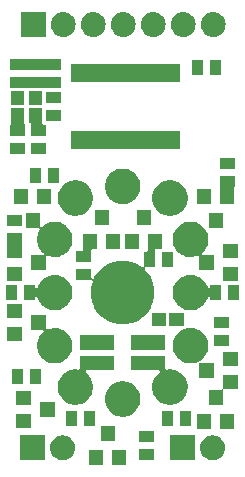
<source format=gts>
G04 #@! TF.GenerationSoftware,KiCad,Pcbnew,(5.0.2)-1*
G04 #@! TF.CreationDate,2018-12-23T17:42:09+09:00*
G04 #@! TF.ProjectId,Nixie_Module_IN-12,4e697869-655f-44d6-9f64-756c655f494e,rev?*
G04 #@! TF.SameCoordinates,Original*
G04 #@! TF.FileFunction,Soldermask,Top*
G04 #@! TF.FilePolarity,Negative*
%FSLAX46Y46*%
G04 Gerber Fmt 4.6, Leading zero omitted, Abs format (unit mm)*
G04 Created by KiCad (PCBNEW (5.0.2)-1) date 2018/12/23 17:42:09*
%MOMM*%
%LPD*%
G01*
G04 APERTURE LIST*
%ADD10C,0.100000*%
G04 APERTURE END LIST*
D10*
G36*
X79528000Y-101472000D02*
X78328000Y-101472000D01*
X78328000Y-100172000D01*
X79528000Y-100172000D01*
X79528000Y-101472000D01*
X79528000Y-101472000D01*
G37*
G36*
X77628000Y-101472000D02*
X76428000Y-101472000D01*
X76428000Y-100172000D01*
X77628000Y-100172000D01*
X77628000Y-101472000D01*
X77628000Y-101472000D01*
G37*
G36*
X85378000Y-101062500D02*
X83278000Y-101062500D01*
X83278000Y-98962500D01*
X85378000Y-98962500D01*
X85378000Y-101062500D01*
X85378000Y-101062500D01*
G37*
G36*
X74296707Y-98970097D02*
X74373836Y-98977693D01*
X74505787Y-99017720D01*
X74571763Y-99037733D01*
X74754172Y-99135233D01*
X74914054Y-99266446D01*
X75045267Y-99426328D01*
X75142767Y-99608737D01*
X75142767Y-99608738D01*
X75202807Y-99806664D01*
X75223080Y-100012500D01*
X75202807Y-100218336D01*
X75162780Y-100350287D01*
X75142767Y-100416263D01*
X75045267Y-100598672D01*
X74914054Y-100758554D01*
X74754172Y-100889767D01*
X74571763Y-100987267D01*
X74505787Y-101007280D01*
X74373836Y-101047307D01*
X74296707Y-101054904D01*
X74219580Y-101062500D01*
X74116420Y-101062500D01*
X74039293Y-101054904D01*
X73962164Y-101047307D01*
X73830213Y-101007280D01*
X73764237Y-100987267D01*
X73581828Y-100889767D01*
X73421946Y-100758554D01*
X73290733Y-100598672D01*
X73193233Y-100416263D01*
X73173220Y-100350287D01*
X73133193Y-100218336D01*
X73112920Y-100012500D01*
X73133193Y-99806664D01*
X73193233Y-99608738D01*
X73193233Y-99608737D01*
X73290733Y-99426328D01*
X73421946Y-99266446D01*
X73581828Y-99135233D01*
X73764237Y-99037733D01*
X73830213Y-99017720D01*
X73962164Y-98977693D01*
X74039293Y-98970097D01*
X74116420Y-98962500D01*
X74219580Y-98962500D01*
X74296707Y-98970097D01*
X74296707Y-98970097D01*
G37*
G36*
X86996707Y-98970097D02*
X87073836Y-98977693D01*
X87205787Y-99017720D01*
X87271763Y-99037733D01*
X87454172Y-99135233D01*
X87614054Y-99266446D01*
X87745267Y-99426328D01*
X87842767Y-99608737D01*
X87842767Y-99608738D01*
X87902807Y-99806664D01*
X87923080Y-100012500D01*
X87902807Y-100218336D01*
X87862780Y-100350287D01*
X87842767Y-100416263D01*
X87745267Y-100598672D01*
X87614054Y-100758554D01*
X87454172Y-100889767D01*
X87271763Y-100987267D01*
X87205787Y-101007280D01*
X87073836Y-101047307D01*
X86996707Y-101054904D01*
X86919580Y-101062500D01*
X86816420Y-101062500D01*
X86739293Y-101054904D01*
X86662164Y-101047307D01*
X86530213Y-101007280D01*
X86464237Y-100987267D01*
X86281828Y-100889767D01*
X86121946Y-100758554D01*
X85990733Y-100598672D01*
X85893233Y-100416263D01*
X85873220Y-100350287D01*
X85833193Y-100218336D01*
X85812920Y-100012500D01*
X85833193Y-99806664D01*
X85893233Y-99608738D01*
X85893233Y-99608737D01*
X85990733Y-99426328D01*
X86121946Y-99266446D01*
X86281828Y-99135233D01*
X86464237Y-99037733D01*
X86530213Y-99017720D01*
X86662164Y-98977693D01*
X86739293Y-98970097D01*
X86816420Y-98962500D01*
X86919580Y-98962500D01*
X86996707Y-98970097D01*
X86996707Y-98970097D01*
G37*
G36*
X72678000Y-101062500D02*
X70578000Y-101062500D01*
X70578000Y-98962500D01*
X72678000Y-98962500D01*
X72678000Y-101062500D01*
X72678000Y-101062500D01*
G37*
G36*
X81930000Y-101022000D02*
X80630000Y-101022000D01*
X80630000Y-100122000D01*
X81930000Y-100122000D01*
X81930000Y-101022000D01*
X81930000Y-101022000D01*
G37*
G36*
X81930000Y-99522000D02*
X80630000Y-99522000D01*
X80630000Y-98622000D01*
X81930000Y-98622000D01*
X81930000Y-99522000D01*
X81930000Y-99522000D01*
G37*
G36*
X78578000Y-99472000D02*
X77378000Y-99472000D01*
X77378000Y-98172000D01*
X78578000Y-98172000D01*
X78578000Y-99472000D01*
X78578000Y-99472000D01*
G37*
G36*
X86772000Y-98424000D02*
X85572000Y-98424000D01*
X85572000Y-97124000D01*
X86772000Y-97124000D01*
X86772000Y-98424000D01*
X86772000Y-98424000D01*
G37*
G36*
X88672000Y-98424000D02*
X87472000Y-98424000D01*
X87472000Y-97124000D01*
X88672000Y-97124000D01*
X88672000Y-98424000D01*
X88672000Y-98424000D01*
G37*
G36*
X71532000Y-98324000D02*
X70232000Y-98324000D01*
X70232000Y-97124000D01*
X71532000Y-97124000D01*
X71532000Y-98324000D01*
X71532000Y-98324000D01*
G37*
G36*
X75392000Y-98186000D02*
X74492000Y-98186000D01*
X74492000Y-96886000D01*
X75392000Y-96886000D01*
X75392000Y-98186000D01*
X75392000Y-98186000D01*
G37*
G36*
X76892000Y-98186000D02*
X75992000Y-98186000D01*
X75992000Y-96886000D01*
X76892000Y-96886000D01*
X76892000Y-98186000D01*
X76892000Y-98186000D01*
G37*
G36*
X85020000Y-98186000D02*
X84120000Y-98186000D01*
X84120000Y-96886000D01*
X85020000Y-96886000D01*
X85020000Y-98186000D01*
X85020000Y-98186000D01*
G37*
G36*
X83520000Y-98186000D02*
X82620000Y-98186000D01*
X82620000Y-96886000D01*
X83520000Y-96886000D01*
X83520000Y-98186000D01*
X83520000Y-98186000D01*
G37*
G36*
X73532000Y-97374000D02*
X72232000Y-97374000D01*
X72232000Y-96174000D01*
X73532000Y-96174000D01*
X73532000Y-97374000D01*
X73532000Y-97374000D01*
G37*
G36*
X79588935Y-94406429D02*
X79685534Y-94425644D01*
X79958517Y-94538717D01*
X80095131Y-94630000D01*
X80204197Y-94702876D01*
X80413124Y-94911803D01*
X80413126Y-94911806D01*
X80577283Y-95157483D01*
X80690356Y-95430466D01*
X80748000Y-95720263D01*
X80748000Y-96015737D01*
X80690356Y-96305534D01*
X80664482Y-96368000D01*
X80577284Y-96578515D01*
X80413124Y-96824197D01*
X80204197Y-97033124D01*
X80204194Y-97033126D01*
X79958517Y-97197283D01*
X79685534Y-97310356D01*
X79588935Y-97329571D01*
X79395739Y-97368000D01*
X79100261Y-97368000D01*
X78907065Y-97329571D01*
X78810466Y-97310356D01*
X78537483Y-97197283D01*
X78291806Y-97033126D01*
X78291803Y-97033124D01*
X78082876Y-96824197D01*
X77918716Y-96578515D01*
X77831518Y-96368000D01*
X77805644Y-96305534D01*
X77748000Y-96015737D01*
X77748000Y-95720263D01*
X77805644Y-95430466D01*
X77918717Y-95157483D01*
X78082874Y-94911806D01*
X78082876Y-94911803D01*
X78291803Y-94702876D01*
X78400869Y-94630000D01*
X78537483Y-94538717D01*
X78810466Y-94425644D01*
X78907065Y-94406429D01*
X79100261Y-94368000D01*
X79395739Y-94368000D01*
X79588935Y-94406429D01*
X79588935Y-94406429D01*
G37*
G36*
X71532000Y-96424000D02*
X70232000Y-96424000D01*
X70232000Y-95224000D01*
X71532000Y-95224000D01*
X71532000Y-96424000D01*
X71532000Y-96424000D01*
G37*
G36*
X89026000Y-95022000D02*
X87847000Y-95022000D01*
X87822614Y-95024402D01*
X87799165Y-95031515D01*
X87777554Y-95043066D01*
X87758612Y-95058612D01*
X87743066Y-95077554D01*
X87731515Y-95099165D01*
X87724402Y-95122614D01*
X87722000Y-95147000D01*
X87722000Y-96424000D01*
X86522000Y-96424000D01*
X86522000Y-95124000D01*
X87601000Y-95124000D01*
X87625386Y-95121598D01*
X87648835Y-95114485D01*
X87670446Y-95102934D01*
X87689388Y-95087388D01*
X87704934Y-95068446D01*
X87716485Y-95046835D01*
X87723598Y-95023386D01*
X87726000Y-94999000D01*
X87726000Y-93822000D01*
X89026000Y-93822000D01*
X89026000Y-95022000D01*
X89026000Y-95022000D01*
G37*
G36*
X82848000Y-93265865D02*
X82850402Y-93290251D01*
X82857515Y-93313700D01*
X82869066Y-93335311D01*
X82884612Y-93354253D01*
X82903554Y-93369799D01*
X82925165Y-93381350D01*
X82948614Y-93388463D01*
X82973000Y-93390865D01*
X82997386Y-93388463D01*
X83100261Y-93368000D01*
X83395739Y-93368000D01*
X83510688Y-93390865D01*
X83685534Y-93425644D01*
X83958517Y-93538717D01*
X84113759Y-93642447D01*
X84204197Y-93702876D01*
X84413124Y-93911803D01*
X84413126Y-93911806D01*
X84577283Y-94157483D01*
X84688359Y-94425644D01*
X84690356Y-94430467D01*
X84748000Y-94720261D01*
X84748000Y-95015739D01*
X84739472Y-95058612D01*
X84690356Y-95305534D01*
X84638607Y-95430467D01*
X84577284Y-95578515D01*
X84413124Y-95824197D01*
X84204197Y-96033124D01*
X84204194Y-96033126D01*
X83958517Y-96197283D01*
X83685534Y-96310356D01*
X83588935Y-96329571D01*
X83395739Y-96368000D01*
X83100261Y-96368000D01*
X82907065Y-96329571D01*
X82810466Y-96310356D01*
X82537483Y-96197283D01*
X82291806Y-96033126D01*
X82291803Y-96033124D01*
X82082876Y-95824197D01*
X81918716Y-95578515D01*
X81857393Y-95430467D01*
X81805644Y-95305534D01*
X81756528Y-95058612D01*
X81748000Y-95015739D01*
X81748000Y-94720261D01*
X81805644Y-94430467D01*
X81807642Y-94425644D01*
X81918717Y-94157483D01*
X82082874Y-93911806D01*
X82082876Y-93911803D01*
X82291803Y-93702876D01*
X82330628Y-93676934D01*
X82349570Y-93661389D01*
X82365116Y-93642447D01*
X82376667Y-93620836D01*
X82383780Y-93597387D01*
X82386182Y-93573000D01*
X82383780Y-93548614D01*
X82376667Y-93525165D01*
X82365116Y-93503554D01*
X82349571Y-93484612D01*
X82330629Y-93469066D01*
X82309018Y-93457515D01*
X82285569Y-93450402D01*
X82261182Y-93448000D01*
X79948000Y-93448000D01*
X79948000Y-92198000D01*
X82848000Y-92198000D01*
X82848000Y-93265865D01*
X82848000Y-93265865D01*
G37*
G36*
X78548000Y-93448000D02*
X76234818Y-93448000D01*
X76210432Y-93450402D01*
X76186983Y-93457515D01*
X76165372Y-93469066D01*
X76146430Y-93484612D01*
X76130884Y-93503554D01*
X76119333Y-93525165D01*
X76112220Y-93548614D01*
X76109818Y-93573000D01*
X76112220Y-93597386D01*
X76119333Y-93620835D01*
X76130884Y-93642446D01*
X76146430Y-93661388D01*
X76165372Y-93676934D01*
X76204197Y-93702876D01*
X76413124Y-93911803D01*
X76413126Y-93911806D01*
X76577283Y-94157483D01*
X76688359Y-94425644D01*
X76690356Y-94430467D01*
X76748000Y-94720261D01*
X76748000Y-95015739D01*
X76739472Y-95058612D01*
X76690356Y-95305534D01*
X76638607Y-95430467D01*
X76577284Y-95578515D01*
X76413124Y-95824197D01*
X76204197Y-96033124D01*
X76204194Y-96033126D01*
X75958517Y-96197283D01*
X75685534Y-96310356D01*
X75588935Y-96329571D01*
X75395739Y-96368000D01*
X75100261Y-96368000D01*
X74907065Y-96329571D01*
X74810466Y-96310356D01*
X74537483Y-96197283D01*
X74291806Y-96033126D01*
X74291803Y-96033124D01*
X74082876Y-95824197D01*
X73918716Y-95578515D01*
X73857393Y-95430467D01*
X73805644Y-95305534D01*
X73756528Y-95058612D01*
X73748000Y-95015739D01*
X73748000Y-94720261D01*
X73805644Y-94430467D01*
X73807642Y-94425644D01*
X73918717Y-94157483D01*
X74082874Y-93911806D01*
X74082876Y-93911803D01*
X74291803Y-93702876D01*
X74382241Y-93642447D01*
X74537483Y-93538717D01*
X74810466Y-93425644D01*
X74985312Y-93390865D01*
X75100261Y-93368000D01*
X75395739Y-93368000D01*
X75498614Y-93388463D01*
X75523000Y-93390865D01*
X75547386Y-93388463D01*
X75570836Y-93381350D01*
X75592446Y-93369799D01*
X75611388Y-93354253D01*
X75626934Y-93335311D01*
X75638485Y-93313700D01*
X75645598Y-93290251D01*
X75648000Y-93265865D01*
X75648000Y-92198000D01*
X78548000Y-92198000D01*
X78548000Y-93448000D01*
X78548000Y-93448000D01*
G37*
G36*
X70820000Y-94630000D02*
X69920000Y-94630000D01*
X69920000Y-93330000D01*
X70820000Y-93330000D01*
X70820000Y-94630000D01*
X70820000Y-94630000D01*
G37*
G36*
X72320000Y-94630000D02*
X71420000Y-94630000D01*
X71420000Y-93330000D01*
X72320000Y-93330000D01*
X72320000Y-94630000D01*
X72320000Y-94630000D01*
G37*
G36*
X85338935Y-89906429D02*
X85435534Y-89925644D01*
X85628560Y-90005598D01*
X85685218Y-90029066D01*
X85708517Y-90038717D01*
X85849621Y-90133000D01*
X85954197Y-90202876D01*
X86163124Y-90411803D01*
X86163126Y-90411806D01*
X86327283Y-90657483D01*
X86440356Y-90930466D01*
X86498000Y-91220263D01*
X86498000Y-91515737D01*
X86440356Y-91805534D01*
X86327283Y-92078517D01*
X86165313Y-92320920D01*
X86163124Y-92324197D01*
X85954197Y-92533124D01*
X85789658Y-92643066D01*
X85770716Y-92658612D01*
X85755170Y-92677554D01*
X85743619Y-92699165D01*
X85736506Y-92722614D01*
X85734104Y-92747000D01*
X85736506Y-92771386D01*
X85743619Y-92794836D01*
X85755170Y-92816446D01*
X85770716Y-92835388D01*
X85789658Y-92850934D01*
X85811269Y-92862485D01*
X85834718Y-92869598D01*
X85859104Y-92872000D01*
X87026000Y-92872000D01*
X87026000Y-94072000D01*
X85726000Y-94072000D01*
X85726000Y-92877117D01*
X85723598Y-92852731D01*
X85716485Y-92829282D01*
X85704934Y-92807671D01*
X85689388Y-92788729D01*
X85670446Y-92773183D01*
X85648835Y-92761632D01*
X85625386Y-92754519D01*
X85601000Y-92752117D01*
X85576614Y-92754519D01*
X85553165Y-92761632D01*
X85435534Y-92810356D01*
X85145739Y-92868000D01*
X84850261Y-92868000D01*
X84591083Y-92816446D01*
X84560466Y-92810356D01*
X84367440Y-92730402D01*
X84287485Y-92697284D01*
X84287484Y-92697284D01*
X84287483Y-92697283D01*
X84041806Y-92533126D01*
X84041803Y-92533124D01*
X83832876Y-92324197D01*
X83830687Y-92320920D01*
X83668717Y-92078517D01*
X83555644Y-91805534D01*
X83498000Y-91515737D01*
X83498000Y-91220263D01*
X83555644Y-90930466D01*
X83668717Y-90657483D01*
X83832874Y-90411806D01*
X83832876Y-90411803D01*
X84041803Y-90202876D01*
X84146379Y-90133000D01*
X84287483Y-90038717D01*
X84310783Y-90029066D01*
X84454624Y-89969485D01*
X84476235Y-89957934D01*
X84495177Y-89942388D01*
X84508455Y-89926209D01*
X84508614Y-89926257D01*
X84533000Y-89928659D01*
X84557386Y-89926257D01*
X84560464Y-89925645D01*
X84560466Y-89925644D01*
X84694898Y-89898904D01*
X84850261Y-89868000D01*
X85145739Y-89868000D01*
X85338935Y-89906429D01*
X85338935Y-89906429D01*
G37*
G36*
X89026000Y-93122000D02*
X87726000Y-93122000D01*
X87726000Y-91922000D01*
X89026000Y-91922000D01*
X89026000Y-93122000D01*
X89026000Y-93122000D01*
G37*
G36*
X72770000Y-89858883D02*
X72772402Y-89883269D01*
X72779515Y-89906718D01*
X72791066Y-89928329D01*
X72806612Y-89947271D01*
X72825554Y-89962817D01*
X72847165Y-89974368D01*
X72870614Y-89981481D01*
X72895000Y-89983883D01*
X72919386Y-89981481D01*
X72942835Y-89974368D01*
X73060466Y-89925644D01*
X73350261Y-89868000D01*
X73645739Y-89868000D01*
X73838935Y-89906429D01*
X73935534Y-89925644D01*
X74128560Y-90005598D01*
X74185218Y-90029066D01*
X74208517Y-90038717D01*
X74349621Y-90133000D01*
X74454197Y-90202876D01*
X74663124Y-90411803D01*
X74663126Y-90411806D01*
X74827283Y-90657483D01*
X74940356Y-90930466D01*
X74998000Y-91220263D01*
X74998000Y-91515737D01*
X74940356Y-91805534D01*
X74827283Y-92078517D01*
X74665313Y-92320920D01*
X74663124Y-92324197D01*
X74454197Y-92533124D01*
X74454194Y-92533126D01*
X74208517Y-92697283D01*
X74208516Y-92697284D01*
X74208515Y-92697284D01*
X74128560Y-92730402D01*
X73935534Y-92810356D01*
X73904917Y-92816446D01*
X73645739Y-92868000D01*
X73350261Y-92868000D01*
X73091083Y-92816446D01*
X73060466Y-92810356D01*
X72867440Y-92730402D01*
X72787485Y-92697284D01*
X72787484Y-92697284D01*
X72787483Y-92697283D01*
X72541806Y-92533126D01*
X72541803Y-92533124D01*
X72332876Y-92324197D01*
X72330687Y-92320920D01*
X72168717Y-92078517D01*
X72055644Y-91805534D01*
X71998000Y-91515737D01*
X71998000Y-91220263D01*
X72055644Y-90930466D01*
X72168717Y-90657483D01*
X72332874Y-90411806D01*
X72332876Y-90411803D01*
X72523291Y-90221388D01*
X72538837Y-90202446D01*
X72550388Y-90180835D01*
X72557501Y-90157386D01*
X72559903Y-90133000D01*
X72557501Y-90108614D01*
X72550388Y-90085165D01*
X72538837Y-90063554D01*
X72523291Y-90044612D01*
X72504349Y-90029066D01*
X72482738Y-90017515D01*
X72459289Y-90010402D01*
X72434903Y-90008000D01*
X71470000Y-90008000D01*
X71470000Y-88808000D01*
X72770000Y-88808000D01*
X72770000Y-89858883D01*
X72770000Y-89858883D01*
G37*
G36*
X78548000Y-91698000D02*
X75648000Y-91698000D01*
X75648000Y-90448000D01*
X78548000Y-90448000D01*
X78548000Y-91698000D01*
X78548000Y-91698000D01*
G37*
G36*
X82848000Y-91698000D02*
X79948000Y-91698000D01*
X79948000Y-90448000D01*
X82848000Y-90448000D01*
X82848000Y-91698000D01*
X82848000Y-91698000D01*
G37*
G36*
X88280000Y-91370000D02*
X86980000Y-91370000D01*
X86980000Y-90470000D01*
X88280000Y-90470000D01*
X88280000Y-91370000D01*
X88280000Y-91370000D01*
G37*
G36*
X70770000Y-90958000D02*
X69470000Y-90958000D01*
X69470000Y-89758000D01*
X70770000Y-89758000D01*
X70770000Y-90958000D01*
X70770000Y-90958000D01*
G37*
G36*
X88280000Y-89870000D02*
X86980000Y-89870000D01*
X86980000Y-88970000D01*
X88280000Y-88970000D01*
X88280000Y-89870000D01*
X88280000Y-89870000D01*
G37*
G36*
X84408000Y-89729119D02*
X84406789Y-89729000D01*
X83208000Y-89729000D01*
X83208000Y-88579000D01*
X84408000Y-88579000D01*
X84408000Y-89729119D01*
X84408000Y-89729119D01*
G37*
G36*
X82908000Y-89729000D02*
X81708000Y-89729000D01*
X81708000Y-88579000D01*
X82908000Y-88579000D01*
X82908000Y-89729000D01*
X82908000Y-89729000D01*
G37*
G36*
X82576000Y-83241548D02*
X82574934Y-83239554D01*
X82559388Y-83220612D01*
X82540446Y-83205066D01*
X82518835Y-83193515D01*
X82495386Y-83186402D01*
X82471000Y-83184000D01*
X82121000Y-83184000D01*
X82096614Y-83186402D01*
X82073165Y-83193515D01*
X82051554Y-83205066D01*
X82032612Y-83220612D01*
X82017066Y-83239554D01*
X82005515Y-83261165D01*
X81998402Y-83284614D01*
X81996000Y-83309000D01*
X81996000Y-84724000D01*
X81224154Y-84724000D01*
X81199768Y-84726402D01*
X81176319Y-84733515D01*
X81154708Y-84745066D01*
X81135766Y-84760612D01*
X81120220Y-84779554D01*
X81108669Y-84801165D01*
X81101556Y-84824614D01*
X81099154Y-84849000D01*
X81101556Y-84873386D01*
X81108669Y-84896835D01*
X81120220Y-84918446D01*
X81135766Y-84937388D01*
X81345225Y-85146847D01*
X81345227Y-85146850D01*
X81639083Y-85586636D01*
X81640710Y-85589072D01*
X81844241Y-86080440D01*
X81948000Y-86602072D01*
X81948000Y-87133928D01*
X81844241Y-87655560D01*
X81687849Y-88033124D01*
X81640709Y-88146930D01*
X81557261Y-88271818D01*
X81481934Y-88384554D01*
X81480712Y-88386841D01*
X81479066Y-88388846D01*
X81345225Y-88589153D01*
X80969153Y-88965225D01*
X80969150Y-88965227D01*
X80526930Y-89260709D01*
X80526929Y-89260710D01*
X80526928Y-89260710D01*
X80035560Y-89464241D01*
X79513928Y-89568000D01*
X78982072Y-89568000D01*
X78460440Y-89464241D01*
X77969072Y-89260710D01*
X77969071Y-89260710D01*
X77969070Y-89260709D01*
X77526850Y-88965227D01*
X77526847Y-88965225D01*
X77150775Y-88589153D01*
X77016934Y-88388846D01*
X76855291Y-88146930D01*
X76808151Y-88033124D01*
X76651759Y-87655560D01*
X76548000Y-87133928D01*
X76548000Y-86602072D01*
X76651759Y-86080440D01*
X76703786Y-85954835D01*
X76710899Y-85931386D01*
X76713301Y-85907000D01*
X76710899Y-85882614D01*
X76703786Y-85859164D01*
X76692235Y-85837554D01*
X76676689Y-85818612D01*
X76657747Y-85803066D01*
X76636136Y-85791515D01*
X76612687Y-85784402D01*
X76588301Y-85782000D01*
X75296000Y-85782000D01*
X75296000Y-84882000D01*
X76596000Y-84882000D01*
X76596000Y-85586636D01*
X76598402Y-85611022D01*
X76605515Y-85634471D01*
X76617066Y-85656082D01*
X76632612Y-85675024D01*
X76651554Y-85690570D01*
X76673165Y-85702121D01*
X76696614Y-85709234D01*
X76721000Y-85711636D01*
X76745386Y-85709234D01*
X76768835Y-85702121D01*
X76790446Y-85690570D01*
X76809388Y-85675024D01*
X76824934Y-85656082D01*
X76836485Y-85634471D01*
X76855290Y-85589072D01*
X76856918Y-85586636D01*
X77150773Y-85146850D01*
X77150775Y-85146847D01*
X77526847Y-84770775D01*
X77749994Y-84621673D01*
X77969070Y-84475291D01*
X77969072Y-84475290D01*
X78460440Y-84271759D01*
X78982072Y-84168000D01*
X79513928Y-84168000D01*
X80035560Y-84271759D01*
X80526928Y-84475290D01*
X80526930Y-84475291D01*
X80746006Y-84621673D01*
X80901554Y-84725607D01*
X80923165Y-84737158D01*
X80946614Y-84744271D01*
X80971000Y-84746673D01*
X80995386Y-84744271D01*
X81018835Y-84737158D01*
X81040446Y-84725607D01*
X81059388Y-84710061D01*
X81074934Y-84691119D01*
X81086485Y-84669508D01*
X81093598Y-84646059D01*
X81096000Y-84621673D01*
X81096000Y-83424000D01*
X81251000Y-83424000D01*
X81275386Y-83421598D01*
X81298835Y-83414485D01*
X81320446Y-83402934D01*
X81339388Y-83387388D01*
X81354934Y-83368446D01*
X81366485Y-83346835D01*
X81373598Y-83323386D01*
X81376000Y-83299000D01*
X81376000Y-81884000D01*
X82576000Y-81884000D01*
X82576000Y-83241548D01*
X82576000Y-83241548D01*
G37*
G36*
X70770000Y-89058000D02*
X69470000Y-89058000D01*
X69470000Y-87858000D01*
X70770000Y-87858000D01*
X70770000Y-89058000D01*
X70770000Y-89058000D01*
G37*
G36*
X73838935Y-85406429D02*
X73935534Y-85425644D01*
X74208517Y-85538717D01*
X74351822Y-85634471D01*
X74454197Y-85702876D01*
X74663124Y-85911803D01*
X74663126Y-85911806D01*
X74827283Y-86157483D01*
X74940356Y-86430466D01*
X74949940Y-86478647D01*
X74998000Y-86720261D01*
X74998000Y-87015739D01*
X74959571Y-87208935D01*
X74940356Y-87305534D01*
X74827283Y-87578517D01*
X74665313Y-87820920D01*
X74663124Y-87824197D01*
X74454197Y-88033124D01*
X74454194Y-88033126D01*
X74208517Y-88197283D01*
X73935534Y-88310356D01*
X73838935Y-88329571D01*
X73645739Y-88368000D01*
X73350261Y-88368000D01*
X73157065Y-88329571D01*
X73060466Y-88310356D01*
X72787483Y-88197283D01*
X72541806Y-88033126D01*
X72541803Y-88033124D01*
X72332876Y-87824197D01*
X72330687Y-87820920D01*
X72168717Y-87578517D01*
X72055644Y-87305534D01*
X72055644Y-87305533D01*
X72052485Y-87297907D01*
X72040934Y-87276296D01*
X72025389Y-87257354D01*
X72006447Y-87241808D01*
X71984836Y-87230257D01*
X71961387Y-87223144D01*
X71937000Y-87220742D01*
X71912614Y-87223144D01*
X71889165Y-87230257D01*
X71867554Y-87241808D01*
X71848612Y-87257353D01*
X71833066Y-87276295D01*
X71821515Y-87297906D01*
X71814402Y-87321355D01*
X71812000Y-87345742D01*
X71812000Y-87518000D01*
X70912000Y-87518000D01*
X70912000Y-86218000D01*
X71812000Y-86218000D01*
X71812000Y-86390258D01*
X71814402Y-86414644D01*
X71821515Y-86438093D01*
X71833066Y-86459704D01*
X71848612Y-86478646D01*
X71867554Y-86494192D01*
X71889165Y-86505743D01*
X71912614Y-86512856D01*
X71937000Y-86515258D01*
X71961386Y-86512856D01*
X71984835Y-86505743D01*
X72006446Y-86494192D01*
X72025388Y-86478646D01*
X72040934Y-86459704D01*
X72052485Y-86438093D01*
X72168716Y-86157485D01*
X72220197Y-86080439D01*
X72332874Y-85911806D01*
X72332876Y-85911803D01*
X72541803Y-85702876D01*
X72644178Y-85634471D01*
X72787483Y-85538717D01*
X73060466Y-85425644D01*
X73157065Y-85406429D01*
X73350261Y-85368000D01*
X73645739Y-85368000D01*
X73838935Y-85406429D01*
X73838935Y-85406429D01*
G37*
G36*
X85338935Y-85406429D02*
X85435534Y-85425644D01*
X85708517Y-85538717D01*
X85851822Y-85634471D01*
X85954197Y-85702876D01*
X86163124Y-85911803D01*
X86163126Y-85911806D01*
X86275804Y-86080439D01*
X86327284Y-86157485D01*
X86443515Y-86438093D01*
X86455066Y-86459704D01*
X86470611Y-86478646D01*
X86489553Y-86494192D01*
X86511164Y-86505743D01*
X86534613Y-86512856D01*
X86559000Y-86515258D01*
X86583386Y-86512856D01*
X86606835Y-86505743D01*
X86628446Y-86494192D01*
X86647388Y-86478647D01*
X86662934Y-86459705D01*
X86674485Y-86438094D01*
X86681598Y-86414645D01*
X86684000Y-86390258D01*
X86684000Y-86218000D01*
X87584000Y-86218000D01*
X87584000Y-87518000D01*
X86684000Y-87518000D01*
X86684000Y-87345742D01*
X86681598Y-87321356D01*
X86674485Y-87297907D01*
X86662934Y-87276296D01*
X86647388Y-87257354D01*
X86628446Y-87241808D01*
X86606835Y-87230257D01*
X86583386Y-87223144D01*
X86559000Y-87220742D01*
X86534614Y-87223144D01*
X86511165Y-87230257D01*
X86489554Y-87241808D01*
X86470612Y-87257354D01*
X86455066Y-87276296D01*
X86443515Y-87297907D01*
X86440356Y-87305533D01*
X86440356Y-87305534D01*
X86327283Y-87578517D01*
X86165313Y-87820920D01*
X86163124Y-87824197D01*
X85954197Y-88033124D01*
X85954194Y-88033126D01*
X85708517Y-88197283D01*
X85435534Y-88310356D01*
X85338935Y-88329571D01*
X85145739Y-88368000D01*
X84850261Y-88368000D01*
X84657065Y-88329571D01*
X84560466Y-88310356D01*
X84287483Y-88197283D01*
X84041806Y-88033126D01*
X84041803Y-88033124D01*
X83832876Y-87824197D01*
X83830687Y-87820920D01*
X83668717Y-87578517D01*
X83555644Y-87305534D01*
X83536429Y-87208935D01*
X83498000Y-87015739D01*
X83498000Y-86720261D01*
X83546060Y-86478647D01*
X83555644Y-86430466D01*
X83668717Y-86157483D01*
X83832874Y-85911806D01*
X83832876Y-85911803D01*
X84041803Y-85702876D01*
X84144178Y-85634471D01*
X84287483Y-85538717D01*
X84560466Y-85425644D01*
X84657065Y-85406429D01*
X84850261Y-85368000D01*
X85145739Y-85368000D01*
X85338935Y-85406429D01*
X85338935Y-85406429D01*
G37*
G36*
X89084000Y-87518000D02*
X88184000Y-87518000D01*
X88184000Y-86218000D01*
X89084000Y-86218000D01*
X89084000Y-87518000D01*
X89084000Y-87518000D01*
G37*
G36*
X70312000Y-87518000D02*
X69412000Y-87518000D01*
X69412000Y-86218000D01*
X70312000Y-86218000D01*
X70312000Y-87518000D01*
X70312000Y-87518000D01*
G37*
G36*
X89026000Y-85878000D02*
X87726000Y-85878000D01*
X87726000Y-84678000D01*
X89026000Y-84678000D01*
X89026000Y-85878000D01*
X89026000Y-85878000D01*
G37*
G36*
X70770000Y-85878000D02*
X69470000Y-85878000D01*
X69470000Y-84678000D01*
X70770000Y-84678000D01*
X70770000Y-85878000D01*
X70770000Y-85878000D01*
G37*
G36*
X72228000Y-81214903D02*
X72230402Y-81239289D01*
X72237515Y-81262738D01*
X72249066Y-81284349D01*
X72264612Y-81303291D01*
X72283554Y-81318837D01*
X72305165Y-81330388D01*
X72328614Y-81337501D01*
X72353000Y-81339903D01*
X72377386Y-81337501D01*
X72400835Y-81330388D01*
X72422446Y-81318837D01*
X72441388Y-81303291D01*
X72541803Y-81202876D01*
X72570053Y-81184000D01*
X72787483Y-81038717D01*
X73060466Y-80925644D01*
X73157065Y-80906429D01*
X73350261Y-80868000D01*
X73645739Y-80868000D01*
X73838935Y-80906429D01*
X73935534Y-80925644D01*
X74208517Y-81038717D01*
X74425947Y-81184000D01*
X74454197Y-81202876D01*
X74663124Y-81411803D01*
X74663126Y-81411806D01*
X74827283Y-81657483D01*
X74940356Y-81930466D01*
X74998000Y-82220263D01*
X74998000Y-82515737D01*
X74940356Y-82805534D01*
X74827283Y-83078517D01*
X74689573Y-83284614D01*
X74663124Y-83324197D01*
X74454197Y-83533124D01*
X74454194Y-83533126D01*
X74208517Y-83697283D01*
X74208516Y-83697284D01*
X74208515Y-83697284D01*
X74157331Y-83718485D01*
X73935534Y-83810356D01*
X73840386Y-83829282D01*
X73645739Y-83868000D01*
X73350261Y-83868000D01*
X73060466Y-83810356D01*
X72942835Y-83761632D01*
X72919386Y-83754519D01*
X72894999Y-83752117D01*
X72870613Y-83754519D01*
X72847164Y-83761632D01*
X72825553Y-83773184D01*
X72806611Y-83788729D01*
X72791066Y-83807671D01*
X72779515Y-83829282D01*
X72772402Y-83852731D01*
X72770000Y-83877117D01*
X72770000Y-84928000D01*
X71470000Y-84928000D01*
X71470000Y-83728000D01*
X72434903Y-83728000D01*
X72459289Y-83725598D01*
X72482738Y-83718485D01*
X72504349Y-83706934D01*
X72523291Y-83691388D01*
X72538837Y-83672446D01*
X72550388Y-83650835D01*
X72557501Y-83627386D01*
X72559903Y-83603000D01*
X72557501Y-83578614D01*
X72550388Y-83555165D01*
X72538837Y-83533554D01*
X72523291Y-83514612D01*
X72332876Y-83324197D01*
X72306427Y-83284614D01*
X72168717Y-83078517D01*
X72055644Y-82805534D01*
X71998000Y-82515737D01*
X71998000Y-82220263D01*
X72055644Y-81930466D01*
X72168716Y-81657485D01*
X72168716Y-81657484D01*
X72206828Y-81600446D01*
X72218379Y-81578835D01*
X72225492Y-81555386D01*
X72227894Y-81531000D01*
X72225492Y-81506614D01*
X72218379Y-81483165D01*
X72206828Y-81461554D01*
X72191282Y-81442612D01*
X72172340Y-81427066D01*
X72150729Y-81415515D01*
X72127280Y-81408402D01*
X72102894Y-81406000D01*
X71028000Y-81406000D01*
X71028000Y-80106000D01*
X72228000Y-80106000D01*
X72228000Y-81214903D01*
X72228000Y-81214903D01*
G37*
G36*
X85338935Y-80906429D02*
X85435534Y-80925644D01*
X85708517Y-81038717D01*
X85925947Y-81184000D01*
X85954197Y-81202876D01*
X86163124Y-81411803D01*
X86163126Y-81411806D01*
X86327283Y-81657483D01*
X86440356Y-81930466D01*
X86498000Y-82220263D01*
X86498000Y-82515737D01*
X86440356Y-82805534D01*
X86327283Y-83078517D01*
X86189573Y-83284614D01*
X86163124Y-83324197D01*
X85972709Y-83514612D01*
X85957163Y-83533554D01*
X85945612Y-83555165D01*
X85938499Y-83578614D01*
X85936097Y-83603000D01*
X85938499Y-83627386D01*
X85945612Y-83650835D01*
X85957163Y-83672446D01*
X85972709Y-83691388D01*
X85991651Y-83706934D01*
X86013262Y-83718485D01*
X86036711Y-83725598D01*
X86061097Y-83728000D01*
X87026000Y-83728000D01*
X87026000Y-84928000D01*
X85726000Y-84928000D01*
X85726000Y-83877117D01*
X85723598Y-83852731D01*
X85716485Y-83829282D01*
X85704934Y-83807671D01*
X85689388Y-83788729D01*
X85670446Y-83773183D01*
X85648835Y-83761632D01*
X85625386Y-83754519D01*
X85601000Y-83752117D01*
X85576614Y-83754519D01*
X85553165Y-83761632D01*
X85435534Y-83810356D01*
X85145739Y-83868000D01*
X84850261Y-83868000D01*
X84655614Y-83829282D01*
X84560466Y-83810356D01*
X84338669Y-83718485D01*
X84287485Y-83697284D01*
X84287484Y-83697284D01*
X84287483Y-83697283D01*
X84041806Y-83533126D01*
X84041803Y-83533124D01*
X83832876Y-83324197D01*
X83806427Y-83284614D01*
X83668717Y-83078517D01*
X83555644Y-82805534D01*
X83498000Y-82515737D01*
X83498000Y-82220263D01*
X83555644Y-81930466D01*
X83668717Y-81657483D01*
X83832874Y-81411806D01*
X83832876Y-81411803D01*
X84041803Y-81202876D01*
X84070053Y-81184000D01*
X84287483Y-81038717D01*
X84560466Y-80925644D01*
X84657065Y-80906429D01*
X84850261Y-80868000D01*
X85145739Y-80868000D01*
X85338935Y-80906429D01*
X85338935Y-80906429D01*
G37*
G36*
X82597066Y-83368446D02*
X82612612Y-83387388D01*
X82631554Y-83402934D01*
X82653165Y-83414485D01*
X82676614Y-83421598D01*
X82701000Y-83424000D01*
X83496000Y-83424000D01*
X83496000Y-84724000D01*
X82596000Y-84724000D01*
X82596000Y-83366452D01*
X82597066Y-83368446D01*
X82597066Y-83368446D01*
G37*
G36*
X77120000Y-83184000D02*
X76721000Y-83184000D01*
X76696614Y-83186402D01*
X76673165Y-83193515D01*
X76651554Y-83205066D01*
X76632612Y-83220612D01*
X76617066Y-83239554D01*
X76605515Y-83261165D01*
X76598402Y-83284614D01*
X76596000Y-83309000D01*
X76596000Y-84282000D01*
X75296000Y-84282000D01*
X75296000Y-83382000D01*
X75795000Y-83382000D01*
X75819386Y-83379598D01*
X75842835Y-83372485D01*
X75864446Y-83360934D01*
X75883388Y-83345388D01*
X75898934Y-83326446D01*
X75910485Y-83304835D01*
X75917598Y-83281386D01*
X75920000Y-83257000D01*
X75920000Y-81884000D01*
X77120000Y-81884000D01*
X77120000Y-83184000D01*
X77120000Y-83184000D01*
G37*
G36*
X70754000Y-82653000D02*
X70756402Y-82677386D01*
X70763515Y-82700835D01*
X70770000Y-82712968D01*
X70770000Y-83978000D01*
X69470000Y-83978000D01*
X69470000Y-82859000D01*
X69467598Y-82834614D01*
X69460485Y-82811165D01*
X69454000Y-82799032D01*
X69454000Y-81834000D01*
X70754000Y-81834000D01*
X70754000Y-82653000D01*
X70754000Y-82653000D01*
G37*
G36*
X89026000Y-83978000D02*
X87726000Y-83978000D01*
X87726000Y-82778000D01*
X89026000Y-82778000D01*
X89026000Y-83978000D01*
X89026000Y-83978000D01*
G37*
G36*
X79020000Y-83184000D02*
X77820000Y-83184000D01*
X77820000Y-81884000D01*
X79020000Y-81884000D01*
X79020000Y-83184000D01*
X79020000Y-83184000D01*
G37*
G36*
X80676000Y-83184000D02*
X79476000Y-83184000D01*
X79476000Y-81884000D01*
X80676000Y-81884000D01*
X80676000Y-83184000D01*
X80676000Y-83184000D01*
G37*
G36*
X87722000Y-81406000D02*
X86522000Y-81406000D01*
X86522000Y-80106000D01*
X87722000Y-80106000D01*
X87722000Y-81406000D01*
X87722000Y-81406000D01*
G37*
G36*
X70754000Y-81234000D02*
X69454000Y-81234000D01*
X69454000Y-80334000D01*
X70754000Y-80334000D01*
X70754000Y-81234000D01*
X70754000Y-81234000D01*
G37*
G36*
X81626000Y-81184000D02*
X80426000Y-81184000D01*
X80426000Y-79884000D01*
X81626000Y-79884000D01*
X81626000Y-81184000D01*
X81626000Y-81184000D01*
G37*
G36*
X78070000Y-81184000D02*
X76870000Y-81184000D01*
X76870000Y-79884000D01*
X78070000Y-79884000D01*
X78070000Y-81184000D01*
X78070000Y-81184000D01*
G37*
G36*
X75588935Y-77406429D02*
X75685534Y-77425644D01*
X75958517Y-77538717D01*
X76068192Y-77612000D01*
X76204197Y-77702876D01*
X76413124Y-77911803D01*
X76413126Y-77911806D01*
X76577283Y-78157483D01*
X76690356Y-78430466D01*
X76748000Y-78720263D01*
X76748000Y-79015737D01*
X76690356Y-79305534D01*
X76664482Y-79368000D01*
X76577284Y-79578515D01*
X76413124Y-79824197D01*
X76204197Y-80033124D01*
X76204194Y-80033126D01*
X75958517Y-80197283D01*
X75685534Y-80310356D01*
X75588935Y-80329571D01*
X75395739Y-80368000D01*
X75100261Y-80368000D01*
X74907065Y-80329571D01*
X74810466Y-80310356D01*
X74537483Y-80197283D01*
X74291806Y-80033126D01*
X74291803Y-80033124D01*
X74082876Y-79824197D01*
X73918716Y-79578515D01*
X73831518Y-79368000D01*
X73805644Y-79305534D01*
X73748000Y-79015737D01*
X73748000Y-78720263D01*
X73805644Y-78430466D01*
X73918717Y-78157483D01*
X74082874Y-77911806D01*
X74082876Y-77911803D01*
X74291803Y-77702876D01*
X74427808Y-77612000D01*
X74537483Y-77538717D01*
X74810466Y-77425644D01*
X74907065Y-77406429D01*
X75100261Y-77368000D01*
X75395739Y-77368000D01*
X75588935Y-77406429D01*
X75588935Y-77406429D01*
G37*
G36*
X83588935Y-77406429D02*
X83685534Y-77425644D01*
X83958517Y-77538717D01*
X84068192Y-77612000D01*
X84204197Y-77702876D01*
X84413124Y-77911803D01*
X84413126Y-77911806D01*
X84577283Y-78157483D01*
X84690356Y-78430466D01*
X84748000Y-78720263D01*
X84748000Y-79015737D01*
X84690356Y-79305534D01*
X84664482Y-79368000D01*
X84577284Y-79578515D01*
X84413124Y-79824197D01*
X84204197Y-80033124D01*
X84204194Y-80033126D01*
X83958517Y-80197283D01*
X83685534Y-80310356D01*
X83588935Y-80329571D01*
X83395739Y-80368000D01*
X83100261Y-80368000D01*
X82907065Y-80329571D01*
X82810466Y-80310356D01*
X82537483Y-80197283D01*
X82291806Y-80033126D01*
X82291803Y-80033124D01*
X82082876Y-79824197D01*
X81918716Y-79578515D01*
X81831518Y-79368000D01*
X81805644Y-79305534D01*
X81748000Y-79015737D01*
X81748000Y-78720263D01*
X81805644Y-78430466D01*
X81918717Y-78157483D01*
X82082874Y-77911806D01*
X82082876Y-77911803D01*
X82291803Y-77702876D01*
X82427808Y-77612000D01*
X82537483Y-77538717D01*
X82810466Y-77425644D01*
X82907065Y-77406429D01*
X83100261Y-77368000D01*
X83395739Y-77368000D01*
X83588935Y-77406429D01*
X83588935Y-77406429D01*
G37*
G36*
X71278000Y-79406000D02*
X70078000Y-79406000D01*
X70078000Y-78106000D01*
X71278000Y-78106000D01*
X71278000Y-79406000D01*
X71278000Y-79406000D01*
G37*
G36*
X88788000Y-77908886D02*
X88772614Y-77910402D01*
X88749165Y-77917515D01*
X88727554Y-77929066D01*
X88708612Y-77944612D01*
X88693066Y-77963554D01*
X88681515Y-77985165D01*
X88674402Y-78008614D01*
X88672000Y-78033000D01*
X88672000Y-79406000D01*
X87472000Y-79406000D01*
X87472000Y-78040968D01*
X87478485Y-78028835D01*
X87485598Y-78005386D01*
X87488000Y-77981000D01*
X87488000Y-77008000D01*
X88788000Y-77008000D01*
X88788000Y-77908886D01*
X88788000Y-77908886D01*
G37*
G36*
X73178000Y-79406000D02*
X71978000Y-79406000D01*
X71978000Y-78106000D01*
X73178000Y-78106000D01*
X73178000Y-79406000D01*
X73178000Y-79406000D01*
G37*
G36*
X86772000Y-79406000D02*
X85572000Y-79406000D01*
X85572000Y-78106000D01*
X86772000Y-78106000D01*
X86772000Y-79406000D01*
X86772000Y-79406000D01*
G37*
G36*
X79588935Y-76406429D02*
X79685534Y-76425644D01*
X79958517Y-76538717D01*
X80200920Y-76700687D01*
X80204197Y-76702876D01*
X80413124Y-76911803D01*
X80413126Y-76911806D01*
X80577283Y-77157483D01*
X80688359Y-77425644D01*
X80690356Y-77430467D01*
X80748000Y-77720261D01*
X80748000Y-78015739D01*
X80730046Y-78106000D01*
X80690356Y-78305534D01*
X80638607Y-78430467D01*
X80577284Y-78578515D01*
X80413124Y-78824197D01*
X80204197Y-79033124D01*
X80204194Y-79033126D01*
X79958517Y-79197283D01*
X79685534Y-79310356D01*
X79588935Y-79329571D01*
X79395739Y-79368000D01*
X79100261Y-79368000D01*
X78907065Y-79329571D01*
X78810466Y-79310356D01*
X78537483Y-79197283D01*
X78291806Y-79033126D01*
X78291803Y-79033124D01*
X78082876Y-78824197D01*
X77918716Y-78578515D01*
X77857393Y-78430467D01*
X77805644Y-78305534D01*
X77765954Y-78106000D01*
X77748000Y-78015739D01*
X77748000Y-77720261D01*
X77805644Y-77430467D01*
X77807642Y-77425644D01*
X77918717Y-77157483D01*
X78082874Y-76911806D01*
X78082876Y-76911803D01*
X78291803Y-76702876D01*
X78295080Y-76700687D01*
X78537483Y-76538717D01*
X78810466Y-76425644D01*
X78907065Y-76406429D01*
X79100261Y-76368000D01*
X79395739Y-76368000D01*
X79588935Y-76406429D01*
X79588935Y-76406429D01*
G37*
G36*
X73844000Y-77612000D02*
X72944000Y-77612000D01*
X72944000Y-76312000D01*
X73844000Y-76312000D01*
X73844000Y-77612000D01*
X73844000Y-77612000D01*
G37*
G36*
X72344000Y-77612000D02*
X71444000Y-77612000D01*
X71444000Y-76312000D01*
X72344000Y-76312000D01*
X72344000Y-77612000D01*
X72344000Y-77612000D01*
G37*
G36*
X88788000Y-76408000D02*
X87488000Y-76408000D01*
X87488000Y-75508000D01*
X88788000Y-75508000D01*
X88788000Y-76408000D01*
X88788000Y-76408000D01*
G37*
G36*
X72786000Y-75114000D02*
X71486000Y-75114000D01*
X71486000Y-74214000D01*
X72786000Y-74214000D01*
X72786000Y-75114000D01*
X72786000Y-75114000D01*
G37*
G36*
X71008000Y-75114000D02*
X69708000Y-75114000D01*
X69708000Y-74214000D01*
X71008000Y-74214000D01*
X71008000Y-75114000D01*
X71008000Y-75114000D01*
G37*
G36*
X84127000Y-74720000D02*
X74877000Y-74720000D01*
X74877000Y-73220000D01*
X84127000Y-73220000D01*
X84127000Y-74720000D01*
X84127000Y-74720000D01*
G37*
G36*
X70933000Y-72589000D02*
X70935402Y-72613386D01*
X70942515Y-72636835D01*
X70954066Y-72658446D01*
X70969612Y-72677388D01*
X70988554Y-72692934D01*
X71008000Y-72703328D01*
X71008000Y-73614000D01*
X69708000Y-73614000D01*
X69708000Y-72703328D01*
X69727446Y-72692934D01*
X69746388Y-72677388D01*
X69761934Y-72658446D01*
X69773485Y-72636835D01*
X69780598Y-72613386D01*
X69783000Y-72589000D01*
X69783000Y-71270000D01*
X70933000Y-71270000D01*
X70933000Y-72589000D01*
X70933000Y-72589000D01*
G37*
G36*
X72457000Y-72589000D02*
X72459402Y-72613386D01*
X72466515Y-72636835D01*
X72478066Y-72658446D01*
X72493612Y-72677388D01*
X72512554Y-72692934D01*
X72534165Y-72704485D01*
X72557614Y-72711598D01*
X72582000Y-72714000D01*
X72786000Y-72714000D01*
X72786000Y-73614000D01*
X71486000Y-73614000D01*
X71486000Y-72595000D01*
X71483598Y-72570614D01*
X71476485Y-72547165D01*
X71464934Y-72525554D01*
X71449388Y-72506612D01*
X71430446Y-72491066D01*
X71408835Y-72479515D01*
X71385386Y-72472402D01*
X71361000Y-72470000D01*
X71307000Y-72470000D01*
X71307000Y-71270000D01*
X72457000Y-71270000D01*
X72457000Y-72589000D01*
X72457000Y-72589000D01*
G37*
G36*
X74056000Y-72320000D02*
X72756000Y-72320000D01*
X72756000Y-71420000D01*
X74056000Y-71420000D01*
X74056000Y-72320000D01*
X74056000Y-72320000D01*
G37*
G36*
X72457000Y-70970000D02*
X71307000Y-70970000D01*
X71307000Y-69770000D01*
X72457000Y-69770000D01*
X72457000Y-70970000D01*
X72457000Y-70970000D01*
G37*
G36*
X70933000Y-70970000D02*
X69783000Y-70970000D01*
X69783000Y-69770000D01*
X70933000Y-69770000D01*
X70933000Y-70970000D01*
X70933000Y-70970000D01*
G37*
G36*
X74056000Y-70820000D02*
X72756000Y-70820000D01*
X72756000Y-69920000D01*
X74056000Y-69920000D01*
X74056000Y-70820000D01*
X74056000Y-70820000D01*
G37*
G36*
X74056000Y-69514000D02*
X69708000Y-69514000D01*
X69708000Y-68614000D01*
X74056000Y-68614000D01*
X74056000Y-69514000D01*
X74056000Y-69514000D01*
G37*
G36*
X84127000Y-69020000D02*
X74877000Y-69020000D01*
X74877000Y-67520000D01*
X84127000Y-67520000D01*
X84127000Y-69020000D01*
X84127000Y-69020000D01*
G37*
G36*
X86060000Y-68468000D02*
X85160000Y-68468000D01*
X85160000Y-67168000D01*
X86060000Y-67168000D01*
X86060000Y-68468000D01*
X86060000Y-68468000D01*
G37*
G36*
X87560000Y-68468000D02*
X86660000Y-68468000D01*
X86660000Y-67168000D01*
X87560000Y-67168000D01*
X87560000Y-68468000D01*
X87560000Y-68468000D01*
G37*
G36*
X74056000Y-68014000D02*
X69708000Y-68014000D01*
X69708000Y-67114000D01*
X74056000Y-67114000D01*
X74056000Y-68014000D01*
X74056000Y-68014000D01*
G37*
G36*
X87047507Y-63117996D02*
X87124636Y-63125593D01*
X87256587Y-63165620D01*
X87322563Y-63185633D01*
X87504972Y-63283133D01*
X87664854Y-63414346D01*
X87796067Y-63574228D01*
X87893567Y-63756637D01*
X87893567Y-63756638D01*
X87953607Y-63954564D01*
X87973880Y-64160400D01*
X87953607Y-64366236D01*
X87913580Y-64498187D01*
X87893567Y-64564163D01*
X87796067Y-64746572D01*
X87664854Y-64906454D01*
X87504972Y-65037667D01*
X87322563Y-65135167D01*
X87256587Y-65155180D01*
X87124636Y-65195207D01*
X87047507Y-65202803D01*
X86970380Y-65210400D01*
X86867220Y-65210400D01*
X86790093Y-65202803D01*
X86712964Y-65195207D01*
X86581013Y-65155180D01*
X86515037Y-65135167D01*
X86332628Y-65037667D01*
X86172746Y-64906454D01*
X86041533Y-64746572D01*
X85944033Y-64564163D01*
X85924020Y-64498187D01*
X85883993Y-64366236D01*
X85863720Y-64160400D01*
X85883993Y-63954564D01*
X85944033Y-63756638D01*
X85944033Y-63756637D01*
X86041533Y-63574228D01*
X86172746Y-63414346D01*
X86332628Y-63283133D01*
X86515037Y-63185633D01*
X86581013Y-63165620D01*
X86712964Y-63125593D01*
X86790093Y-63117996D01*
X86867220Y-63110400D01*
X86970380Y-63110400D01*
X87047507Y-63117996D01*
X87047507Y-63117996D01*
G37*
G36*
X84507507Y-63117996D02*
X84584636Y-63125593D01*
X84716587Y-63165620D01*
X84782563Y-63185633D01*
X84964972Y-63283133D01*
X85124854Y-63414346D01*
X85256067Y-63574228D01*
X85353567Y-63756637D01*
X85353567Y-63756638D01*
X85413607Y-63954564D01*
X85433880Y-64160400D01*
X85413607Y-64366236D01*
X85373580Y-64498187D01*
X85353567Y-64564163D01*
X85256067Y-64746572D01*
X85124854Y-64906454D01*
X84964972Y-65037667D01*
X84782563Y-65135167D01*
X84716587Y-65155180D01*
X84584636Y-65195207D01*
X84507507Y-65202803D01*
X84430380Y-65210400D01*
X84327220Y-65210400D01*
X84250093Y-65202803D01*
X84172964Y-65195207D01*
X84041013Y-65155180D01*
X83975037Y-65135167D01*
X83792628Y-65037667D01*
X83632746Y-64906454D01*
X83501533Y-64746572D01*
X83404033Y-64564163D01*
X83384020Y-64498187D01*
X83343993Y-64366236D01*
X83323720Y-64160400D01*
X83343993Y-63954564D01*
X83404033Y-63756638D01*
X83404033Y-63756637D01*
X83501533Y-63574228D01*
X83632746Y-63414346D01*
X83792628Y-63283133D01*
X83975037Y-63185633D01*
X84041013Y-63165620D01*
X84172964Y-63125593D01*
X84250093Y-63117996D01*
X84327220Y-63110400D01*
X84430380Y-63110400D01*
X84507507Y-63117996D01*
X84507507Y-63117996D01*
G37*
G36*
X81967507Y-63117996D02*
X82044636Y-63125593D01*
X82176587Y-63165620D01*
X82242563Y-63185633D01*
X82424972Y-63283133D01*
X82584854Y-63414346D01*
X82716067Y-63574228D01*
X82813567Y-63756637D01*
X82813567Y-63756638D01*
X82873607Y-63954564D01*
X82893880Y-64160400D01*
X82873607Y-64366236D01*
X82833580Y-64498187D01*
X82813567Y-64564163D01*
X82716067Y-64746572D01*
X82584854Y-64906454D01*
X82424972Y-65037667D01*
X82242563Y-65135167D01*
X82176587Y-65155180D01*
X82044636Y-65195207D01*
X81967507Y-65202803D01*
X81890380Y-65210400D01*
X81787220Y-65210400D01*
X81710093Y-65202803D01*
X81632964Y-65195207D01*
X81501013Y-65155180D01*
X81435037Y-65135167D01*
X81252628Y-65037667D01*
X81092746Y-64906454D01*
X80961533Y-64746572D01*
X80864033Y-64564163D01*
X80844020Y-64498187D01*
X80803993Y-64366236D01*
X80783720Y-64160400D01*
X80803993Y-63954564D01*
X80864033Y-63756638D01*
X80864033Y-63756637D01*
X80961533Y-63574228D01*
X81092746Y-63414346D01*
X81252628Y-63283133D01*
X81435037Y-63185633D01*
X81501013Y-63165620D01*
X81632964Y-63125593D01*
X81710093Y-63117996D01*
X81787220Y-63110400D01*
X81890380Y-63110400D01*
X81967507Y-63117996D01*
X81967507Y-63117996D01*
G37*
G36*
X79427507Y-63117996D02*
X79504636Y-63125593D01*
X79636587Y-63165620D01*
X79702563Y-63185633D01*
X79884972Y-63283133D01*
X80044854Y-63414346D01*
X80176067Y-63574228D01*
X80273567Y-63756637D01*
X80273567Y-63756638D01*
X80333607Y-63954564D01*
X80353880Y-64160400D01*
X80333607Y-64366236D01*
X80293580Y-64498187D01*
X80273567Y-64564163D01*
X80176067Y-64746572D01*
X80044854Y-64906454D01*
X79884972Y-65037667D01*
X79702563Y-65135167D01*
X79636587Y-65155180D01*
X79504636Y-65195207D01*
X79427507Y-65202803D01*
X79350380Y-65210400D01*
X79247220Y-65210400D01*
X79170093Y-65202803D01*
X79092964Y-65195207D01*
X78961013Y-65155180D01*
X78895037Y-65135167D01*
X78712628Y-65037667D01*
X78552746Y-64906454D01*
X78421533Y-64746572D01*
X78324033Y-64564163D01*
X78304020Y-64498187D01*
X78263993Y-64366236D01*
X78243720Y-64160400D01*
X78263993Y-63954564D01*
X78324033Y-63756638D01*
X78324033Y-63756637D01*
X78421533Y-63574228D01*
X78552746Y-63414346D01*
X78712628Y-63283133D01*
X78895037Y-63185633D01*
X78961013Y-63165620D01*
X79092964Y-63125593D01*
X79170093Y-63117996D01*
X79247220Y-63110400D01*
X79350380Y-63110400D01*
X79427507Y-63117996D01*
X79427507Y-63117996D01*
G37*
G36*
X76887507Y-63117996D02*
X76964636Y-63125593D01*
X77096587Y-63165620D01*
X77162563Y-63185633D01*
X77344972Y-63283133D01*
X77504854Y-63414346D01*
X77636067Y-63574228D01*
X77733567Y-63756637D01*
X77733567Y-63756638D01*
X77793607Y-63954564D01*
X77813880Y-64160400D01*
X77793607Y-64366236D01*
X77753580Y-64498187D01*
X77733567Y-64564163D01*
X77636067Y-64746572D01*
X77504854Y-64906454D01*
X77344972Y-65037667D01*
X77162563Y-65135167D01*
X77096587Y-65155180D01*
X76964636Y-65195207D01*
X76887507Y-65202803D01*
X76810380Y-65210400D01*
X76707220Y-65210400D01*
X76630093Y-65202803D01*
X76552964Y-65195207D01*
X76421013Y-65155180D01*
X76355037Y-65135167D01*
X76172628Y-65037667D01*
X76012746Y-64906454D01*
X75881533Y-64746572D01*
X75784033Y-64564163D01*
X75764020Y-64498187D01*
X75723993Y-64366236D01*
X75703720Y-64160400D01*
X75723993Y-63954564D01*
X75784033Y-63756638D01*
X75784033Y-63756637D01*
X75881533Y-63574228D01*
X76012746Y-63414346D01*
X76172628Y-63283133D01*
X76355037Y-63185633D01*
X76421013Y-63165620D01*
X76552964Y-63125593D01*
X76630093Y-63117996D01*
X76707220Y-63110400D01*
X76810380Y-63110400D01*
X76887507Y-63117996D01*
X76887507Y-63117996D01*
G37*
G36*
X74347507Y-63117996D02*
X74424636Y-63125593D01*
X74556587Y-63165620D01*
X74622563Y-63185633D01*
X74804972Y-63283133D01*
X74964854Y-63414346D01*
X75096067Y-63574228D01*
X75193567Y-63756637D01*
X75193567Y-63756638D01*
X75253607Y-63954564D01*
X75273880Y-64160400D01*
X75253607Y-64366236D01*
X75213580Y-64498187D01*
X75193567Y-64564163D01*
X75096067Y-64746572D01*
X74964854Y-64906454D01*
X74804972Y-65037667D01*
X74622563Y-65135167D01*
X74556587Y-65155180D01*
X74424636Y-65195207D01*
X74347507Y-65202803D01*
X74270380Y-65210400D01*
X74167220Y-65210400D01*
X74090093Y-65202803D01*
X74012964Y-65195207D01*
X73881013Y-65155180D01*
X73815037Y-65135167D01*
X73632628Y-65037667D01*
X73472746Y-64906454D01*
X73341533Y-64746572D01*
X73244033Y-64564163D01*
X73224020Y-64498187D01*
X73183993Y-64366236D01*
X73163720Y-64160400D01*
X73183993Y-63954564D01*
X73244033Y-63756638D01*
X73244033Y-63756637D01*
X73341533Y-63574228D01*
X73472746Y-63414346D01*
X73632628Y-63283133D01*
X73815037Y-63185633D01*
X73881013Y-63165620D01*
X74012964Y-63125593D01*
X74090093Y-63117996D01*
X74167220Y-63110400D01*
X74270380Y-63110400D01*
X74347507Y-63117996D01*
X74347507Y-63117996D01*
G37*
G36*
X72728800Y-65210400D02*
X70628800Y-65210400D01*
X70628800Y-63110400D01*
X72728800Y-63110400D01*
X72728800Y-65210400D01*
X72728800Y-65210400D01*
G37*
M02*

</source>
